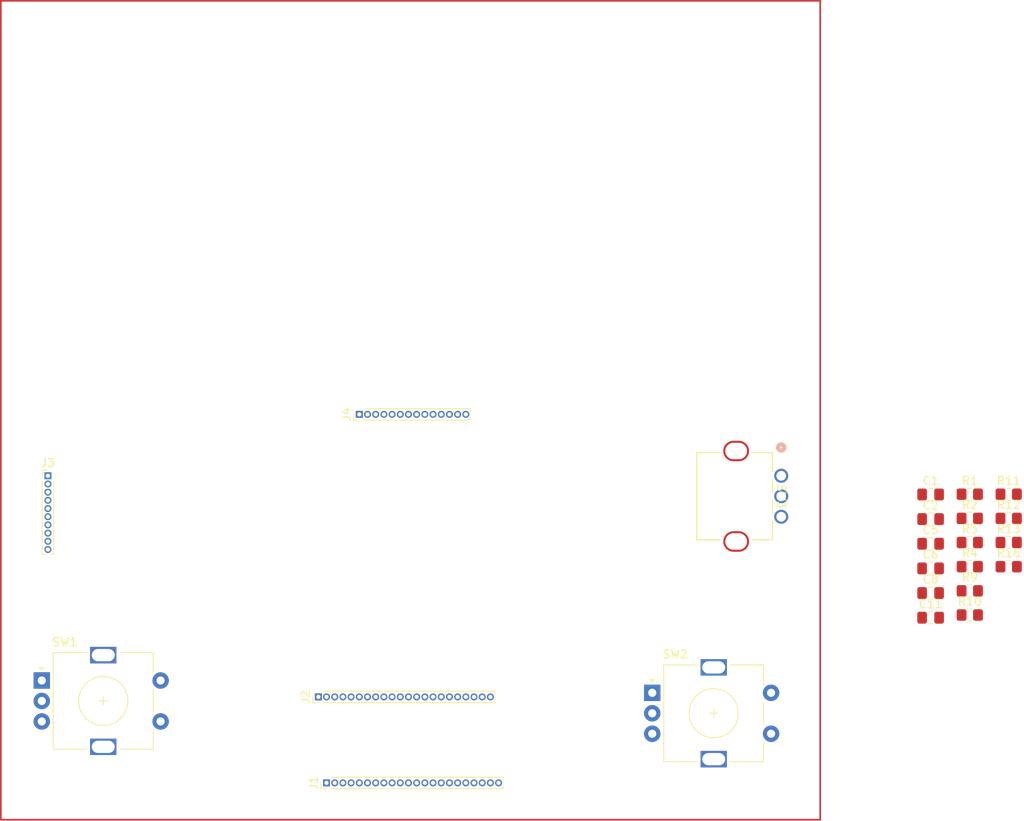
<source format=kicad_pcb>
(kicad_pcb (version 20240108) (generator "pcbnew") (generator_version "8.0")
  (layers (0 "F.Cu" signal) (31 "B.Cu" signal) (34 "B.Paste" user) (35 "F.Paste" user) (36 "B.SilkS" user "B.Silkscreen") (37 "F.SilkS" user "F.Silkscreen") (38 "B.Mask" user) (39 "F.Mask" user) (44 "Edge.Cuts" user))
  (net 0 "")
  (net 1 "3V3")
  (net 2 "GND")
  (net 3 "Net-(C5-Pad1)")
  (net 4 "Net-(C6-Pad1)")
  (net 5 "/GPIO7")
  (net 6 "/GPIO10-SCk")
  (net 7 "/GPIO9-SDO")
  (net 8 "/GPIO11-SDI")
  (net 9 "/GPIO3")
  (net 10 "/GPIO14-CS")
  (net 11 "5V")
  (net 12 "/GPIO5")
  (net 13 "/GPIO17")
  (net 14 "/GPIO6")
  (net 15 "/GPIO46")
  (net 16 "/GPIO12-DC")
  (net 17 "/GPIO18")
  (net 18 "/RST")
  (net 19 "/GPIO16")
  (net 20 "/GPIO15")
  (net 21 "/GPIO13-RESET")
  (net 22 "/GPIO4")
  (net 23 "/GPIO8")
  (net 24 "/TX")
  (net 25 "/GPIO40-chA_Y")
  (net 26 "/GPIO1-SCL")
  (net 27 "/GPIO36")
  (net 28 "/GPIO35")
  (net 29 "/RX")
  (net 30 "/GPIO38_chA_S")
  (net 31 "/GPIO2-SDA")
  (net 32 "/GPIO0")
  (net 33 "/GPIO41-chB_X")
  (net 34 "/GPIO20")
  (net 35 "/GPIO42-chA_X")
  (net 36 "/GPIO48-BSW1")
  (net 37 "/GPIO19")
  (net 38 "/GPIO47-BSW2")
  (net 39 "/GPIO45")
  (net 40 "/GPIO37-chB_S")
  (net 41 "/GPIO39-chB_Y")
  (net 42 "/GPIO21-BSW3")
  (net 43 "/NCS")
  (net 44 "/ECL")
  (net 45 "/EDA")
  (net 46 "/FSYNC")
  (net 47 "/INT")
  (net 48 "/T_CS")
  (net 49 "/T_IRQ")
  (net 50 "/T_CLK")
  (net 51 "/T_DO")
  (net 52 "/T_DIN")
  (net 53 "Net-(R3-Pad1)")
  (net 54 "Net-(R16-Pad2)")
  (footprint "Resistor_SMD:R_0805_2012Metric_Pad1.20x1.40mm_HandSolder" (layer "F.Cu") (at 209.5 90.15)
    (property "Reference" "R3" (at 0 -1.65 0) (layer "F.SilkS"))
    (property "Value" "1K")
    (fp_line (start -0.227064 -0.735) (end 0.227064 -0.735) (stroke (width 0.12)) (layer "F.SilkS"))
    (fp_line (start -0.227064 0.735) (end 0.227064 0.735) (stroke (width 0.12)) (layer "F.SilkS"))
    (pad "1" smd roundrect (at -1 0) (size 1.2 1.4) (layers "F.Cu" "F.Paste" "F.Mask") (roundrect_rratio 0.208333) (net 53 "Net-(R3-Pad1)"))
    (pad "2" smd roundrect (at 1 0) (size 1.2 1.4) (layers "F.Cu" "F.Paste" "F.Mask") (roundrect_rratio 0.208333) (net 36 "/GPIO48-BSW1"))
  )
  (footprint "Resistor_SMD:R_0805_2012Metric_Pad1.20x1.40mm_HandSolder" (layer "F.Cu") (at 214.25 87.2)
    (property "Reference" "R12" (at 0 -1.65 0) (layer "F.SilkS"))
    (property "Value" "10K")
    (fp_line (start -0.227064 -0.735) (end 0.227064 -0.735) (stroke (width 0.12)) (layer "F.SilkS"))
    (fp_line (start -0.227064 0.735) (end 0.227064 0.735) (stroke (width 0.12)) (layer "F.SilkS"))
    (pad "1" smd roundrect (at -1 0) (size 1.2 1.4) (layers "F.Cu" "F.Paste" "F.Mask") (roundrect_rratio 0.208333) (net 1 "3V3"))
    (pad "2" smd roundrect (at 1 0) (size 1.2 1.4) (layers "F.Cu" "F.Paste" "F.Mask") (roundrect_rratio 0.208333) (net 4 "Net-(C6-Pad1)"))
  )
  (footprint "Resistor_SMD:R_0805_2012Metric_Pad1.20x1.40mm_HandSolder" (layer "F.Cu") (at 209.5 99)
    (property "Reference" "R10" (at 0 -1.65 0) (layer "F.SilkS"))
    (property "Value" "10K")
    (fp_line (start -0.227064 -0.735) (end 0.227064 -0.735) (stroke (width 0.12)) (layer "F.SilkS"))
    (fp_line (start -0.227064 0.735) (end 0.227064 0.735) (stroke (width 0.12)) (layer "F.SilkS"))
    (pad "1" smd roundrect (at -1 0) (size 1.2 1.4) (layers "F.Cu" "F.Paste" "F.Mask") (roundrect_rratio 0.208333) (net 1 "3V3"))
    (pad "2" smd roundrect (at 1 0) (size 1.2 1.4) (layers "F.Cu" "F.Paste" "F.Mask") (roundrect_rratio 0.208333) (net 3 "Net-(C5-Pad1)"))
  )
  (footprint "Capacitor_SMD:C_0805_2012Metric_Pad1.18x1.45mm_HandSolder" (layer "F.Cu") (at 204.72 90.3)
    (property "Reference" "C5" (at 0 -1.68 0) (layer "F.SilkS"))
    (property "Value" "22nF")
    (fp_line (start -0.261252 -0.735) (end 0.261252 -0.735) (stroke (width 0.12)) (layer "F.SilkS"))
    (fp_line (start -0.261252 0.735) (end 0.261252 0.735) (stroke (width 0.12)) (layer "F.SilkS"))
    (pad "1" smd roundrect (at -1.0375 0) (size 1.175 1.45) (layers "F.Cu" "F.Paste" "F.Mask") (roundrect_rratio 0.212766) (net 3 "Net-(C5-Pad1)"))
    (pad "2" smd roundrect (at 1.0375 0) (size 1.175 1.45) (layers "F.Cu" "F.Paste" "F.Mask") (roundrect_rratio 0.212766) (net 2 "GND"))
  )
  (footprint "Connector_PinHeader_1.00mm:PinHeader_1x10_P1.00mm_Vertical" (layer "F.Cu") (at 97 82)
    (property "Reference" "J3" (at 0 -1.56 0) (layer "F.SilkS"))
    (property "Value" "Conn_01x10")
    (fp_line (start -0.695 -0.685) (end 0 -0.685) (stroke (width 0.12)) (layer "F.SilkS"))
    (fp_line (start -0.695 0) (end -0.695 -0.685) (stroke (width 0.12)) (layer "F.SilkS"))
    (fp_line (start -0.695 0.685) (end -0.695 9.56) (stroke (width 0.12)) (layer "F.SilkS"))
    (fp_line (start -0.695 0.685) (end -0.608276 0.685) (stroke (width 0.12)) (layer "F.SilkS"))
    (fp_line (start -0.695 9.56) (end -0.394493 9.56) (stroke (width 0.12)) (layer "F.SilkS"))
    (fp_line (start 0.394493 9.56) (end 0.695 9.56) (stroke (width 0.12)) (layer "F.SilkS"))
    (fp_line (start 0.608276 0.685) (end 0.695 0.685) (stroke (width 0.12)) (layer "F.SilkS"))
    (fp_line (start 0.695 0.685) (end 0.695 9.56) (stroke (width 0.12)) (layer "F.SilkS"))
    (pad "1" thru_hole rect (at 0 0) (size 0.85 0.85) (drill 0.5) (layers "*.Cu" "*.Mask") (net 46 "/FSYNC"))
    (pad "2" thru_hole oval (at 0 1) (size 0.85 0.85) (drill 0.5) (layers "*.Cu" "*.Mask") (net 43 "/NCS"))
    (pad "3" thru_hole oval (at 0 2) (size 0.85 0.85) (drill 0.5) (layers "*.Cu" "*.Mask") (net 47 "/INT"))
    (pad "4" thru_hole oval (at 0 3) (size 0.85 0.85) (drill 0.5) (layers "*.Cu" "*.Mask") (net 2 "GND"))
    (pad "5" thru_hole oval (at 0 4) (size 0.85 0.85) (drill 0.5) (layers "*.Cu" "*.Mask") (net 44 "/ECL"))
    (pad "6" thru_hole oval (at 0 5) (size 0.85 0.85) (drill 0.5) (layers "*.Cu" "*.Mask") (net 45 "/EDA"))
    (pad "7" thru_hole oval (at 0 6) (size 0.85 0.85) (drill 0.5) (layers "*.Cu" "*.Mask") (net 31 "/GPIO2-SDA"))
    (pad "8" thru_hole oval (at 0 7) (size 0.85 0.85) (drill 0.5) (layers "*.Cu" "*.Mask") (net 26 "/GPIO1-SCL"))
    (pad "9" thru_hole oval (at 0 8) (size 0.85 0.85) (drill 0.5) (layers "*.Cu" "*.Mask") (net 2 "GND"))
    (pad "10" thru_hole oval (at 0 9) (size 0.85 0.85) (drill 0.5) (layers "*.Cu" "*.Mask") (net 1 "3V3"))
  )
  (footprint "Connector_PinHeader_1.00mm:PinHeader_1x14_P1.00mm_Vertical" (layer "F.Cu") (at 135 74.5 90)
    (property "Reference" "J4" (at 0 -1.56 90) (layer "F.SilkS"))
    (property "Value" "Conn_01x14")
    (fp_line (start -0.695 -0.685) (end 0 -0.685) (stroke (width 0.12)) (layer "F.SilkS"))
    (fp_line (start -0.695 0) (end -0.695 -0.685) (stroke (width 0.12)) (layer "F.SilkS"))
    (fp_line (start 0.695 0.685) (end 0.695 13.56) (stroke (width 0.12)) (layer "F.SilkS"))
    (fp_line (start 0.608276 0.685) (end 0.695 0.685) (stroke (width 0.12)) (layer "F.SilkS"))
    (fp_line (start -0.695 0.685) (end -0.608276 0.685) (stroke (width 0.12)) (layer "F.SilkS"))
    (fp_line (start -0.695 0.685) (end -0.695 13.56) (stroke (width 0.12)) (layer "F.SilkS"))
    (fp_line (start 0.394493 13.56) (end 0.695 13.56) (stroke (width 0.12)) (layer "F.SilkS"))
    (fp_line (start -0.695 13.56) (end -0.394493 13.56) (stroke (width 0.12)) (layer "F.SilkS"))
    (pad "1" thru_hole rect (at 0 0 90) (size 0.85 0.85) (drill 0.5) (layers "*.Cu" "*.Mask") (net 1 "3V3"))
    (pad "2" thru_hole oval (at 0 1 90) (size 0.85 0.85) (drill 0.5) (layers "*.Cu" "*.Mask") (net 2 "GND"))
    (pad "3" thru_hole oval (at 0 2 90) (size 0.85 0.85) (drill 0.5) (layers "*.Cu" "*.Mask") (net 10 "/GPIO14-CS"))
    (pad "4" thru_hole oval (at 0 3 90) (size 0.85 0.85) (drill 0.5) (layers "*.Cu" "*.Mask") (net 21 "/GPIO13-RESET"))
    (pad "5" thru_hole oval (at 0 4 90) (size 0.85 0.85) (drill 0.5) (layers "*.Cu" "*.Mask") (net 16 "/GPIO12-DC"))
    (pad "6" thru_hole oval (at 0 5 90) (size 0.85 0.85) (drill 0.5) (layers "*.Cu" "*.Mask") (net 8 "/GPIO11-SDI"))
    (pad "7" thru_hole oval (at 0 6 90) (size 0.85 0.85) (drill 0.5) (layers "*.Cu" "*.Mask") (net 6 "/GPIO10-SCk"))
    (pad "8" thru_hole oval (at 0 7 90) (size 0.85 0.85) (drill 0.5) (layers "*.Cu" "*.Mask") (net 1 "3V3"))
    (pad "9" thru_hole oval (at 0 8 90) (size 0.85 0.85) (drill 0.5) (layers "*.Cu" "*.Mask") (net 7 "/GPIO9-SDO"))
    (pad "10" thru_hole oval (at 0 9 90) (size 0.85 0.85) (drill 0.5) (layers "*.Cu" "*.Mask") (net 50 "/T_CLK"))
    (pad "11" thru_hole oval (at 0 10 90) (size 0.85 0.85) (drill 0.5) (layers "*.Cu" "*.Mask") (net 48 "/T_CS"))
    (pad "12" thru_hole oval (at 0 11 90) (size 0.85 0.85) (drill 0.5) (layers "*.Cu" "*.Mask") (net 52 "/T_DIN"))
    (pad "13" thru_hole oval (at 0 12 90) (size 0.85 0.85) (drill 0.5) (layers "*.Cu" "*.Mask") (net 51 "/T_DO"))
    (pad "14" thru_hole oval (at 0 13 90) (size 0.85 0.85) (drill 0.5) (layers "*.Cu" "*.Mask") (net 49 "/T_IRQ"))
  )
  (footprint "Resistor_SMD:R_0805_2012Metric_Pad1.20x1.40mm_HandSolder" (layer "F.Cu") (at 209.5 84.25)
    (property "Reference" "R1" (at 0 -1.65 0) (layer "F.SilkS"))
    (property "Value" "1K")
    (fp_line (start -0.227064 -0.735) (end 0.227064 -0.735) (stroke (width 0.12)) (layer "F.SilkS"))
    (fp_line (start -0.227064 0.735) (end 0.227064 0.735) (stroke (width 0.12)) (layer "F.SilkS"))
    (pad "1" smd roundrect (at -1 0) (size 1.2 1.4) (layers "F.Cu" "F.Paste" "F.Mask") (roundrect_rratio 0.208333) (net 1 "3V3"))
    (pad "2" smd roundrect (at 1 0) (size 1.2 1.4) (layers "F.Cu" "F.Paste" "F.Mask") (roundrect_rratio 0.208333) (net 35 "/GPIO42-chA_X"))
  )
  (footprint "Resistor_SMD:R_0805_2012Metric_Pad1.20x1.40mm_HandSolder" (layer "F.Cu") (at 209.5 93.1)
    (property "Reference" "R4" (at 0 -1.65 0) (layer "F.SilkS"))
    (property "Value" "1K")
    (fp_line (start -0.227064 -0.735) (end 0.227064 -0.735) (stroke (width 0.12)) (layer "F.SilkS"))
    (fp_line (start -0.227064 0.735) (end 0.227064 0.735) (stroke (width 0.12)) (layer "F.SilkS"))
    (pad "1" smd roundrect (at -1 0) (size 1.2 1.4) (layers "F.Cu" "F.Paste" "F.Mask") (roundrect_rratio 0.208333) (net 1 "3V3"))
    (pad "2" smd roundrect (at 1 0) (size 1.2 1.4) (layers "F.Cu" "F.Paste" "F.Mask") (roundrect_rratio 0.208333) (net 25 "/GPIO40-chA_Y"))
  )
  (footprint "Resistor_SMD:R_0805_2012Metric_Pad1.20x1.40mm_HandSolder" (layer "F.Cu") (at 214.25 93.1)
    (property "Reference" "R16" (at 0 -1.65 0) (layer "F.SilkS"))
    (property "Value" "1K")
    (fp_line (start -0.227064 -0.735) (end 0.227064 -0.735) (stroke (width 0.12)) (layer "F.SilkS"))
    (fp_line (start -0.227064 0.735) (end 0.227064 0.735) (stroke (width 0.12)) (layer "F.SilkS"))
    (pad "1" smd roundrect (at -1 0) (size 1.2 1.4) (layers "F.Cu" "F.Paste" "F.Mask") (roundrect_rratio 0.208333) (net 38 "/GPIO47-BSW2"))
    (pad "2" smd roundrect (at 1 0) (size 1.2 1.4) (layers "F.Cu" "F.Paste" "F.Mask") (roundrect_rratio 0.208333) (net 54 "Net-(R16-Pad2)"))
  )
  (footprint "Connector_PinHeader_1.00mm:PinHeader_1x22_P1.00mm_Vertical" (layer "F.Cu") (at 131 119.5 90)
    (property "Reference" "J1" (at 0 -1.56 90) (layer "F.SilkS"))
    (property "Value" "Conn_01x22")
    (fp_line (start -0.695 -0.685) (end 0 -0.685) (stroke (width 0.12)) (layer "F.SilkS"))
    (fp_line (start -0.695 0) (end -0.695 -0.685) (stroke (width 0.12)) (layer "F.SilkS"))
    (fp_line (start 0.695 0.685) (end 0.695 21.56) (stroke (width 0.12)) (layer "F.SilkS"))
    (fp_line (start 0.608276 0.685) (end 0.695 0.685) (stroke (width 0.12)) (layer "F.SilkS"))
    (fp_line (start -0.695 0.685) (end -0.608276 0.685) (stroke (width 0.12)) (layer "F.SilkS"))
    (fp_line (start -0.695 0.685) (end -0.695 21.56) (stroke (width 0.12)) (layer "F.SilkS"))
    (fp_line (start 0.394493 21.56) (end 0.695 21.56) (stroke (width 0.12)) (layer "F.SilkS"))
    (fp_line (start -0.695 21.56) (end -0.394493 21.56) (stroke (width 0.12)) (layer "F.SilkS"))
    (pad "1" thru_hole rect (at 0 0 90) (size 0.85 0.85) (drill 0.5) (layers "*.Cu" "*.Mask") (net 1 "3V3"))
    (pad "2" thru_hole oval (at 0 1 90) (size 0.85 0.85) (drill 0.5) (layers "*.Cu" "*.Mask") (net 1 "3V3"))
    (pad "3" thru_hole oval (at 0 2 90) (size 0.85 0.85) (drill 0.5) (layers "*.Cu" "*.Mask") (net 18 "/RST"))
    (pad "4" thru_hole oval (at 0 3 90) (size 0.85 0.85) (drill 0.5) (layers "*.Cu" "*.Mask") (net 22 "/GPIO4"))
    (pad "5" thru_hole oval (at 0 4 90) (size 0.85 0.85) (drill 0.5) (layers "*.Cu" "*.Mask") (net 12 "/GPIO5"))
    (pad "6" thru_hole oval (at 0 5 90) (size 0.85 0.85) (drill 0.5) (layers "*.Cu" "*.Mask") (net 14 "/GPIO6"))
    (pad "7" thru_hole oval (at 0 6 90) (size 0.85 0.85) (drill 0.5) (layers "*.Cu" "*.Mask") (net 5 "/GPIO7"))
    (pad "8" thru_hole oval (at 0 7 90) (size 0.85 0.85) (drill 0.5) (layers "*.Cu" "*.Mask") (net 20 "/GPIO15"))
    (pad "9" thru_hole oval (at 0 8 90) (size 0.85 0.85) (drill 0.5) (layers "*.Cu" "*.Mask") (net 19 "/GPIO16"))
    (pad "10" thru_hole oval (at 0 9 90) (size 0.85 0.85) (drill 0.5) (layers "*.Cu" "*.Mask") (net 13 "/GPIO17"))
    (pad "11" thru_hole oval (at 0 10 90) (size 0.85 0.85) (drill 0.5) (layers "*.Cu" "*.Mask") (net 17 "/GPIO18"))
    (pad "12" thru_hole oval (at 0 11 90) (size 0.85 0.85) (drill 0.5) (layers "*.Cu" "*.Mask") (net 23 "/GPIO8"))
    (pad "13" thru_hole oval (at 0 12 90) (size 0.85 0.85) (drill 0.5) (layers "*.Cu" "*.Mask") (net 9 "/GPIO3"))
    (pad "14" thru_hole oval (at 0 13 90) (size 0.85 0.85) (drill 0.5) (layers "*.Cu" "*.Mask") (net 15 "/GPIO46"))
    (pad "15" thru_hole oval (at 0 14 90) (size 0.85 0.85) (drill 0.5) (layers "*.Cu" "*.Mask") (net 7 "/GPIO9-SDO"))
    (pad "16" thru_hole oval (at 0 15 90) (size 0.85 0.85) (drill 0.5) (layers "*.Cu" "*.Mask") (net 6 "/GPIO10-SCk"))
    (pad "17" thru_hole oval (at 0 16 90) (size 0.85 0.85) (drill 0.5) (layers "*.Cu" "*.Mask") (net 8 "/GPIO11-SDI"))
    (pad "18" thru_hole oval (at 0 17 90) (size 0.85 0.85) (drill 0.5) (layers "*.Cu" "*.Mask") (net 16 "/GPIO12-DC"))
    (pad "19" thru_hole oval (at 0 18 90) (size 0.85 0.85) (drill 0.5) (layers "*.Cu" "*.Mask") (net 21 "/GPIO13-RESET"))
    (pad "20" thru_hole oval (at 0 19 90) (size 0.85 0.85) (drill 0.5) (layers "*.Cu" "*.Mask") (net 10 "/GPIO14-CS"))
    (pad "21" thru_hole oval (at 0 20 90) (size 0.85 0.85) (drill 0.5) (layers "*.Cu" "*.Mask") (net 11 "5V"))
    (pad "22" thru_hole oval (at 0 21 90) (size 0.85 0.85) (drill 0.5) (layers "*.Cu" "*.Mask") (net 2 "GND"))
  )
  (footprint "Capacitor_SMD:C_0805_2012Metric_Pad1.18x1.45mm_HandSolder" (layer "F.Cu") (at 204.72 96.32)
    (property "Reference" "C8" (at 0 -1.68 0) (layer "F.SilkS"))
    (property "Value" "100nF")
    (fp_line (start -0.261252 -0.735) (end 0.261252 -0.735) (stroke (width 0.12)) (layer "F.SilkS"))
    (fp_line (start -0.261252 0.735) (end 0.261252 0.735) (stroke (width 0.12)) (layer "F.SilkS"))
    (pad "1" smd roundrect (at -1.0375 0) (size 1.175 1.45) (layers "F.Cu" "F.Paste" "F.Mask") (roundrect_rratio 0.212766) (net 1 "3V3"))
    (pad "2" smd roundrect (at 1.0375 0) (size 1.175 1.45) (layers "F.Cu" "F.Paste" "F.Mask") (roundrect_rratio 0.212766) (net 2 "GND"))
  )
  (footprint "Resistor_SMD:R_0805_2012Metric_Pad1.20x1.40mm_HandSolder" (layer "F.Cu") (at 214.25 90.15)
    (property "Reference" "R13" (at 0 -1.65 0) (layer "F.SilkS"))
    (property "Value" "1K")
    (fp_line (start -0.227064 -0.735) (end 0.227064 -0.735) (stroke (width 0.12)) (layer "F.SilkS"))
    (fp_line (start -0.227064 0.735) (end 0.227064 0.735) (stroke (width 0.12)) (layer "F.SilkS"))
    (pad "1" smd roundrect (at -1 0) (size 1.2 1.4) (layers "F.Cu" "F.Paste" "F.Mask") (roundrect_rratio 0.208333) (net 1 "3V3"))
    (pad "2" smd roundrect (at 1 0) (size 1.2 1.4) (layers "F.Cu" "F.Paste" "F.Mask") (roundrect_rratio 0.208333) (net 41 "/GPIO39-chB_Y"))
  )
  (footprint "Rotary_Encoder:RotaryEncoder_Alps_EC11E-Switch_Vertical_H20mm" (layer "F.Cu") (at 96.25 107)
    (property "Reference" "SW1" (at 2.8 -4.7 0) (layer "F.SilkS"))
    (property "Value" "RotaryEncoder_Switch")
    (fp_line (start -0.3 -1.6) (end 0.3 -1.6) (stroke (width 0.12)) (layer "F.SilkS"))
    (fp_line (start 0 -1.3) (end -0.3 -1.6) (stroke (width 0.12)) (layer "F.SilkS"))
    (fp_line (start 0.3 -1.6) (end 0 -1.3) (stroke (width 0.12)) (layer "F.SilkS"))
    (fp_line (start 1.4 -3.4) (end 1.4 8.4) (stroke (width 0.12)) (layer "F.SilkS"))
    (fp_line (start 5.5 -3.4) (end 1.4 -3.4) (stroke (width 0.12)) (layer "F.SilkS"))
    (fp_line (start 5.5 8.4) (end 1.4 8.4) (stroke (width 0.12)) (layer "F.SilkS"))
    (fp_line (start 7 2.5) (end 8 2.5) (stroke (width 0.12)) (layer "F.SilkS"))
    (fp_line (start 7.5 2) (end 7.5 3) (stroke (width 0.12)) (layer "F.SilkS"))
    (fp_line (start 9.5 -3.4) (end 13.6 -3.4) (stroke (width 0.12)) (layer "F.SilkS"))
    (fp_line (start 13.6 -3.4) (end 13.6 -1) (stroke (width 0.12)) (layer "F.SilkS"))
    (fp_line (start 13.6 1.2) (end 13.6 3.8) (stroke (width 0.12)) (layer "F.SilkS"))
    (fp_line (start 13.6 6) (end 13.6 8.4) (stroke (width 0.12)) (layer "F.SilkS"))
    (fp_line (start 13.6 8.4) (end 9.5 8.4) (stroke (width 0.12)) (layer "F.SilkS"))
    (fp_circle (center 7.5 2.5) (end 10.5 2.5) (stroke (width 0.12)) (fill none) (layer "F.SilkS"))
    (pad "A" thru_hole rect (at 0 0) (size 2 2) (drill 1) (layers "*.Cu" "*.Mask") (net 35 "/GPIO42-chA_X"))
    (pad "B" thru_hole circle (at 0 5) (size 2 2) (drill 1) (layers "*.Cu" "*.Mask") (net 33 "/GPIO41-chB_X"))
    (pad "C" thru_hole circle (at 0 2.5) (size 2 2) (drill 1) (layers "*.Cu" "*.Mask") (net 2 "GND"))
    (pad "MP" thru_hole rect (at 7.5 -3.1) (size 3.2 2) (drill oval 2.8 1.5) (layers "*.Cu" "*.Mask"))
    (pad "MP" thru_hole rect (at 7.5 8.1) (size 3.2 2) (drill oval 2.8 1.5) (layers "*.Cu" "*.Mask"))
    (pad "S1" thru_hole circle (at 14.5 5) (size 2 2) (drill 1) (layers "*.Cu" "*.Mask") (net 2 "GND"))
    (pad "S2" thru_hole circle (at 14.5 0) (size 2 2) (drill 1) (layers "*.Cu" "*.Mask") (net 53 "Net-(R3-Pad1)"))
  )
  (footprint "Capacitor_SMD:C_0805_2012Metric_Pad1.18x1.45mm_HandSolder" (layer "F.Cu") (at 204.72 87.29)
    (property "Reference" "C2" (at 0 -1.68 0) (layer "F.SilkS"))
    (property "Value" "100nF")
    (fp_line (start -0.261252 -0.735) (end 0.261252 -0.735) (stroke (width 0.12)) (layer "F.SilkS"))
    (fp_line (start -0.261252 0.735) (end 0.261252 0.735) (stroke (width 0.12)) (layer "F.SilkS"))
    (pad "1" smd roundrect (at -1.0375 0) (size 1.175 1.45) (layers "F.Cu" "F.Paste" "F.Mask") (roundrect_rratio 0.212766) (net 1 "3V3"))
    (pad "2" smd roundrect (at 1.0375 0) (size 1.175 1.45) (layers "F.Cu" "F.Paste" "F.Mask") (roundrect_rratio 0.212766) (net 2 "GND"))
  )
  (footprint "Resistor_SMD:R_0805_2012Metric_Pad1.20x1.40mm_HandSolder" (layer "F.Cu") (at 209.5 96.05)
    (property "Reference" "R9" (at 0 -1.65 0) (layer "F.SilkS"))
    (property "Value" "10K")
    (fp_line (start -0.227064 -0.735) (end 0.227064 -0.735) (stroke (width 0.12)) (layer "F.SilkS"))
    (fp_line (start -0.227064 0.735) (end 0.227064 0.735) (stroke (width 0.12)) (layer "F.SilkS"))
    (pad "1" smd roundrect (at -1 0) (size 1.2 1.4) (layers "F.Cu" "F.Paste" "F.Mask") (roundrect_rratio 0.208333) (net 3 "Net-(C5-Pad1)"))
    (pad "2" smd roundrect (at 1 0) (size 1.2 1.4) (layers "F.Cu" "F.Paste" "F.Mask") (roundrect_rratio 0.208333) (net 40 "/GPIO37-chB_S"))
  )
  (footprint "Capacitor_SMD:C_0805_2012Metric_Pad1.18x1.45mm_HandSolder" (layer "F.Cu") (at 204.72 93.31)
    (property "Reference" "C6" (at 0 -1.68 0) (layer "F.SilkS"))
    (property "Value" "22nF")
    (fp_line (start -0.261252 -0.735) (end 0.261252 -0.735) (stroke (width 0.12)) (layer "F.SilkS"))
    (fp_line (start -0.261252 0.735) (end 0.261252 0.735) (stroke (width 0.12)) (layer "F.SilkS"))
    (pad "1" smd roundrect (at -1.0375 0) (size 1.175 1.45) (layers "F.Cu" "F.Paste" "F.Mask") (roundrect_rratio 0.212766) (net 4 "Net-(C6-Pad1)"))
    (pad "2" smd roundrect (at 1.0375 0) (size 1.175 1.45) (layers "F.Cu" "F.Paste" "F.Mask") (roundrect_rratio 0.212766) (net 2 "GND"))
  )
  (footprint "Capacitor_SMD:C_0805_2012Metric_Pad1.18x1.45mm_HandSolder" (layer "F.Cu") (at 204.72 99.33)
    (property "Reference" "C11" (at 0 -1.68 0) (layer "F.SilkS"))
    (property "Value" "100nF")
    (fp_line (start -0.261252 -0.735) (end 0.261252 -0.735) (stroke (width 0.12)) (layer "F.SilkS"))
    (fp_line (start -0.261252 0.735) (end 0.261252 0.735) (stroke (width 0.12)) (layer "F.SilkS"))
    (pad "1" smd roundrect (at -1.0375 0) (size 1.175 1.45) (layers "F.Cu" "F.Paste" "F.Mask") (roundrect_rratio 0.212766) (net 1 "3V3"))
    (pad "2" smd roundrect (at 1.0375 0) (size 1.175 1.45) (layers "F.Cu" "F.Paste" "F.Mask") (roundrect_rratio 0.212766) (net 2 "GND"))
  )
  (footprint "Connector_PinHeader_1.00mm:PinHeader_1x22_P1.00mm_Vertical" (layer "F.Cu") (at 130 109 90)
    (property "Reference" "J2" (at 0 -1.56 90) (layer "F.SilkS"))
    (property "Value" "Conn_01x22")
    (fp_line (start -0.695 -0.685) (end 0 -0.685) (stroke (width 0.12)) (layer "F.SilkS"))
    (fp_line (start -0.695 0) (end -0.695 -0.685) (stroke (width 0.12)) (layer "F.SilkS"))
    (fp_line (start 0.695 0.685) (end 0.695 21.56) (stroke (width 0.12)) (layer "F.SilkS"))
    (fp_line (start 0.608276 0.685) (end 0.695 0.685) (stroke (width 0.12)) (layer "F.SilkS"))
    (fp_line (start -0.695 0.685) (end -0.608276 0.685) (stroke (width 0.12)) (layer "F.SilkS"))
    (fp_line (start -0.695 0.685) (end -0.695 21.56) (stroke (width 0.12)) (layer "F.SilkS"))
    (fp_line (start 0.394493 21.56) (end 0.695 21.56) (stroke (width 0.12)) (layer "F.SilkS"))
    (fp_line (start -0.695 21.56) (end -0.394493 21.56) (stroke (width 0.12)) (layer "F.SilkS"))
    (pad "1" thru_hole rect (at 0 0 90) (size 0.85 0.85) (drill 0.5) (layers "*.Cu" "*.Mask") (net 2 "GND"))
    (pad "2" thru_hole oval (at 0 1 90) (size 0.85 0.85) (drill 0.5) (layers "*.Cu" "*.Mask") (net 2 "GND"))
    (pad "3" thru_hole oval (at 0 2 90) (size 0.85 0.85) (drill 0.5) (layers "*.Cu" "*.Mask") (net 37 "/GPIO19"))
    (pad "4" thru_hole oval (at 0 3 90) (size 0.85 0.85) (drill 0.5) (layers "*.Cu" "*.Mask") (net 34 "/GPIO20"))
    (pad "5" thru_hole oval (at 0 4 90) (size 0.85 0.85) (drill 0.5) (layers "*.Cu" "*.Mask") (net 42 "/GPIO21-BSW3"))
    (pad "6" thru_hole oval (at 0 5 90) (size 0.85 0.85) (drill 0.5) (layers "*.Cu" "*.Mask") (net 38 "/GPIO47-BSW2"))
    (pad "7" thru_hole oval (at 0 6 90) (size 0.85 0.85) (drill 0.5) (layers "*.Cu" "*.Mask") (net 36 "/GPIO48-BSW1"))
    (pad "8" thru_hole oval (at 0 7 90) (size 0.85 0.85) (drill 0.5) (layers "*.Cu" "*.Mask") (net 39 "/GPIO45"))
    (pad "9" thru_hole oval (at 0 8 90) (size 0.85 0.85) (drill 0.5) (layers "*.Cu" "*.Mask") (net 32 "/GPIO0"))
    (pad "10" thru_hole oval (at 0 9 90) (size 0.85 0.85) (drill 0.5) (layers "*.Cu" "*.Mask") (net 28 "/GPIO35"))
    (pad "11" thru_hole oval (at 0 10 90) (size 0.85 0.85) (drill 0.5) (layers "*.Cu" "*.Mask") (net 27 "/GPIO36"))
    (pad "12" thru_hole oval (at 0 11 90) (size 0.85 0.85) (drill 0.5) (layers "*.Cu" "*.Mask") (net 40 "/GPIO37-chB_S"))
    (pad "13" thru_hole oval (at 0 12 90) (size 0.85 0.85) (drill 0.5) (layers "*.Cu" "*.Mask") (net 30 "/GPIO38_chA_S"))
    (pad "14" thru_hole oval (at 0 13 90) (size 0.85 0.85) (drill 0.5) (layers "*.Cu" "*.Mask") (net 41 "/GPIO39-chB_Y"))
    (pad "15" thru_hole oval (at 0 14 90) (size 0.85 0.85) (drill 0.5) (layers "*.Cu" "*.Mask") (net 25 "/GPIO40-chA_Y"))
    (pad "16" thru_hole oval (at 0 15 90) (size 0.85 0.85) (drill 0.5) (layers "*.Cu" "*.Mask") (net 33 "/GPIO41-chB_X"))
    (pad "17" thru_hole oval (at 0 16 90) (size 0.85 0.85) (drill 0.5) (layers "*.Cu" "*.Mask") (net 35 "/GPIO42-chA_X"))
    (pad "18" thru_hole oval (at 0 17 90) (size 0.85 0.85) (drill 0.5) (layers "*.Cu" "*.Mask") (net 31 "/GPIO2-SDA"))
    (pad "19" thru_hole oval (at 0 18 90) (size 0.85 0.85) (drill 0.5) (layers "*.Cu" "*.Mask") (net 26 "/GPIO1-SCL"))
    (pad "20" thru_hole oval (at 0 19 90) (size 0.85 0.85) (drill 0.5) (layers "*.Cu" "*.Mask") (net 29 "/RX"))
    (pad "21" thru_hole oval (at 0 20 90) (size 0.85 0.85) (drill 0.5) (layers "*.Cu" "*.Mask") (net 24 "/TX"))
    (pad "22" thru_hole oval (at 0 21 90) (size 0.85 0.85) (drill 0.5) (layers "*.Cu" "*.Mask") (net 2 "GND"))
  )
  (footprint "Capacitor_SMD:C_0805_2012Metric_Pad1.18x1.45mm_HandSolder" (layer "F.Cu") (at 204.72 84.28)
    (property "Reference" "C1" (at 0 -1.68 0) (layer "F.SilkS"))
    (property "Value" "100nF")
    (fp_line (start -0.261252 -0.735) (end 0.261252 -0.735) (stroke (width 0.12)) (layer "F.SilkS"))
    (fp_line (start -0.261252 0.735) (end 0.261252 0.735) (stroke (width 0.12)) (layer "F.SilkS"))
    (pad "1" smd roundrect (at -1.0375 0) (size 1.175 1.45) (layers "F.Cu" "F.Paste" "F.Mask") (roundrect_rratio 0.212766) (net 1 "3V3"))
    (pad "2" smd roundrect (at 1.0375 0) (size 1.175 1.45) (layers "F.Cu" "F.Paste" "F.Mask") (roundrect_rratio 0.212766) (net 2 "GND"))
  )
  (footprint "Resistor_SMD:R_0805_2012Metric_Pad1.20x1.40mm_HandSolder" (layer "F.Cu") (at 209.5 87.2)
    (property "Reference" "R2" (at 0 -1.65 0) (layer "F.SilkS"))
    (property "Value" "1K")
    (fp_line (start -0.227064 -0.735) (end 0.227064 -0.735) (stroke (width 0.12)) (layer "F.SilkS"))
    (fp_line (start -0.227064 0.735) (end 0.227064 0.735) (stroke (width 0.12)) (layer "F.SilkS"))
    (pad "1" smd roundrect (at -1 0) (size 1.2 1.4) (layers "F.Cu" "F.Paste" "F.Mask") (roundrect_rratio 0.208333) (net 1 "3V3"))
    (pad "2" smd roundrect (at 1 0) (size 1.2 1.4) (layers "F.Cu" "F.Paste" "F.Mask") (roundrect_rratio 0.208333) (net 33 "/GPIO41-chB_X"))
  )
  (footprint "footprints:EN10HT_BIT" (layer "F.Cu") (at 186.4909 82 -90)
    (property "Reference" "SW3" (at 2.5 0 -90) (layer "F.SilkS"))
    (property "Value" "RotaryEncoder")
    (fp_circle (center -3.4563 0) (end -3.0753 0) (stroke (width 0.508)) (fill none) (layer "B.SilkS"))
    (fp_line (start -2.8213 10.3186) (end 7.8213 10.3186) (stroke (width 0.1524)) (layer "F.SilkS"))
    (fp_line (start 7.8213 10.3186) (end 7.8213 7.394437) (stroke (width 0.1524)) (layer "F.SilkS"))
    (fp_line (start -2.8213 7.394437) (end -2.8213 10.3186) (stroke (width 0.1524)) (layer "F.SilkS"))
    (fp_line (start 7.8213 3.605561) (end 7.8213 1.073) (stroke (width 0.1524)) (layer "F.SilkS"))
    (fp_line (start -2.8213 1.073) (end -2.8213 3.605561) (stroke (width 0.1524)) (layer "F.SilkS"))
    (fp_line (start -0.499675 1.073) (end -2.8213 1.073) (stroke (width 0.1524)) (layer "F.SilkS"))
    (fp_line (start 2.000325 1.073) (end 0.499675 1.073) (stroke (width 0.1524)) (layer "F.SilkS"))
    (fp_line (start 4.500325 1.073) (end 2.999675 1.073) (stroke (width 0.1524)) (layer "F.SilkS"))
    (fp_line (start 7.8213 1.073) (end 5.499675 1.073) (stroke (width 0.1524)) (layer "F.SilkS"))
    (fp_circle (center -3.4563 0) (end -3.0753 0) (stroke (width 0.508)) (fill none) (layer "F.SilkS"))
    (fp_line (start -3.025 5.817499) (end -3.025 5.182499) (stroke (width 2.0066)) (layer "Edge.Cuts"))
    (fp_line (start 8.025 5.817499) (end 8.025 5.182499) (stroke (width 2.0066)) (layer "Edge.Cuts"))
    (pad "" np_thru_hole circle (at -3.025 5.182499 270) (size 2.0066 2.0066) (drill 2.0066) (layers "*.Cu" "*.Mask"))
    (pad "" np_thru_hole circle (at -3.025 5.817499 270) (size 2.0066 2.0066) (drill 2.0066) (layers "*.Cu" "*.Mask"))
    (pad "" np_thru_hole circle (at 8.025 5.182499 270) (size 2.0066 2.0066) (drill 2.0066) (layers "*.Cu" "*.Mask"))
    (pad "" np_thru_hole circle (at 8.025 5.817499 270) (size 2.0066 2.0066) (drill 2.0066) (layers "*.Cu" "*.Mask"))
    (pad "1" thru_hole circle (at 0 0 270) (size 1.7018 1.7018) (drill 1.1938) (layers "*.Cu" "*.Mask"))
    (pad "2" thru_hole circle (at 2.5 0 270) (size 1.7018 1.7018) (drill 1.1938) (layers "*.Cu" "*.Mask"))
    (pad "3" thru_hole circle (at 5 0 270) (size 1.7018 1.7018) (drill 1.1938) (layers "*.Cu" "*.Mask"))
    (pad "4" smd oval (at -3.025 5.499999 270) (size 2.5146 3.1496) (layers "F.Cu" "F.Paste" "F.Mask"))
    (pad "5" smd oval (at 8.025 5.499999 270) (size 2.5146 3.1496) (layers "F.Cu" "F.Paste" "F.Mask"))
  )
  (footprint "Rotary_Encoder:RotaryEncoder_Alps_EC11E-Switch_Vertical_H20mm" (layer "F.Cu") (at 170.75 108.5)
    (property "Reference" "SW2" (at 2.8 -4.7 0) (layer "F.SilkS"))
    (property "Value" "RotaryEncoder_Switch")
    (fp_line (start -0.3 -1.6) (end 0.3 -1.6) (stroke (width 0.12)) (layer "F.SilkS"))
    (fp_line (start 0 -1.3) (end -0.3 -1.6) (stroke (width 0.12)) (layer "F.SilkS"))
    (fp_line (start 0.3 -1.6) (end 0 -1.3) (stroke (width 0.12)) (layer "F.SilkS"))
    (fp_line (start 1.4 -3.4) (end 1.4 8.4) (stroke (width 0.12)) (layer "F.SilkS"))
    (fp_line (start 5.5 -3.4) (end 1.4 -3.4) (stroke (width 0.12)) (layer "F.SilkS"))
    (fp_line (start 5.5 8.4) (end 1.4 8.4) (stroke (width 0.12)) (layer "F.SilkS"))
    (fp_line (start 7 2.5) (end 8 2.5) (stroke (width 0.12)) (layer "F.SilkS"))
    (fp_line (start 7.5 2) (end 7.5 3) (stroke (width 0.12)) (layer "F.SilkS"))
    (fp_line (start 9.5 -3.4) (end 13.6 -3.4) (stroke (width 0.12)) (layer "F.SilkS"))
    (fp_line (start 13.6 -3.4) (end 13.6 -1) (stroke (width 0.12)) (layer "F.SilkS"))
    (fp_line (start 13.6 1.2) (end 13.6 3.8) (stroke (width 0.12)) (layer "F.SilkS"))
    (fp_line (start 13.6 6) (end 13.6 8.4) (stroke (width 0.12)) (layer "F.SilkS"))
    (fp_line (start 13.6 8.4) (end 9.5 8.4) (stroke (width 0.12)) (layer "F.SilkS"))
    (fp_circle (center 7.5 2.5) (end 10.5 2.5) (stroke (width 0.12)) (fill none) (layer "F.SilkS"))
    (pad "A" thru_hole rect (at 0 0) (size 2 2) (drill 1) (layers "*.Cu" "*.Mask") (net 25 "/GPIO40-chA_Y"))
    (pad "B" thru_hole circle (at 0 5) (size 2 2) (drill 1) (layers "*.Cu" "*.Mask") (net 41 "/GPIO39-chB_Y"))
    (pad "C" thru_hole circle (at 0 2.5) (size 2 2) (drill 1) (layers "*.Cu" "*.Mask") (net 2 "GND"))
    (pad "MP" thru_hole rect (at 7.5 -3.1) (size 3.2 2) (drill oval 2.8 1.5) (layers "*.Cu" "*.Mask"))
    (pad "MP" thru_hole rect (at 7.5 8.1) (size 3.2 2) (drill oval 2.8 1.5) (layers "*.Cu" "*.Mask"))
    (pad "S1" thru_hole circle (at 14.5 5) (size 2 2) (drill 1) (layers "*.Cu" "*.Mask") (net 2 "GND"))
    (pad "S2" thru_hole circle (at 14.5 0) (size 2 2) (drill 1) (layers "*.Cu" "*.Mask") (net 54 "Net-(R16-Pad2)"))
  )
  (footprint "Resistor_SMD:R_0805_2012Metric_Pad1.20x1.40mm_HandSolder" (layer "F.Cu") (at 214.25 84.25)
    (property "Reference" "R11" (at 0 -1.65 0) (layer "F.SilkS"))
    (property "Value" "10K")
    (fp_line (start -0.227064 -0.735) (end 0.227064 -0.735) (stroke (width 0.12)) (layer "F.SilkS"))
    (fp_line (start -0.227064 0.735) (end 0.227064 0.735) (stroke (width 0.12)) (layer "F.SilkS"))
    (pad "1" smd roundrect (at -1 0) (size 1.2 1.4) (layers "F.Cu" "F.Paste" "F.Mask") (roundrect_rratio 0.208333) (net 30 "/GPIO38_chA_S"))
    (pad "2" smd roundrect (at 1 0) (size 1.2 1.4) (layers "F.Cu" "F.Paste" "F.Mask") (roundrect_rratio 0.208333) (net 4 "Net-(C6-Pad1)"))
  )
  (gr_rect (start 91.25 24) (end 191.25 124) (stroke (width 0.2)) (fill none) (layer "F.Cu"))
)
</source>
